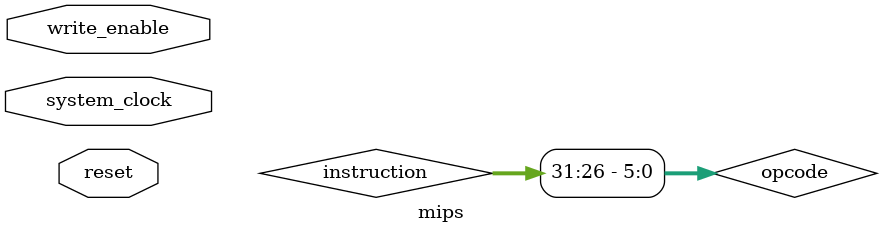
<source format=v>
`ifndef _mips
`define _mips

`include "control/control.v"
`include "datapath/instruction_fetch_unit.v"
`include "datapath/arithmetic_logic_unit_control.v"
`include "datapath/arithmetic_logic_unit.v"
`include "datapath/general_purpose_register.v"
`include "datapath/mux2.v"
`include "datapath/extension.v"
`include "datapath/data_memory.v"

        module mips (
                input wire system_clock,
                input wire reset,
                input wire write_enable
            );


            // IF Stage
            wire [31:0] instruction;
            wire instruction_valid;

            instruction_fetch_unit IFU(
                                       .system_clock(system_clock),
                                       .reset(reset),
                                       .instruction(instruction)
                                   );

            // ID Stage
            wire [5:0] opcode;
            assign opcode = instruction[31:26];

            wire branch_eq, branch_ne;
            wire [1:0] alu_opcode;
            wire memory_read, memory_write, memory_to_register;
            wire register_destination, register_write, alu_source;
            wire jump;

            control IDU(
                        .opcode(opcode),
                        .branch_eq(branch_eq),
                        .branch_ne(branch_ne),
                        .alu_opcode(alu_opcode),
                        .memory_read(memory_read),
                        .memory_write(memory_write),
                        .memory_to_register(memory_to_register),
                        .register_destination(register_destination),
                        .register_write(register_write),
                        .alu_source(alu_source),
                        .jump(jump)
                    );

            wire [4:0] gpr_write_address;
            wire [31:0] gpr_write_data;
            wire [31:0] read_data_1, read_data_2;

            general_purpose_register GPR(
                                         .system_clock(system_clock),
                                         .write_enable(write_enable),


                                         .read_address_1(instruction[25:21]),
                                         .read_address_2(instruction[20:16]),
                                         .read_data_1(read_data_1),
                                         .read_data_2(read_data_2),

                                         .write_address(gpr_write_address),
                                         .write_data(gpr_write_data)
                                     );

            // Select write_address based on register_destination
            mux2 #(5) write_address_mux(
                     .lhs(instruction[20:16]),
                     .rhs(instruction[15:11]),
                     .is_lhs(register_destination),
                     .data_out(gpr_write_address)
                 );

            // EX Stage
            wire [5:0] function_code = instruction[5:0];
            wire [3:0] alu_control_signal;
            wire [31:0] operand_a, operand_b, alu_result;
            wire zero_output;

            arithmetic_logic_unit_control ALUC(
                                              .function_code(function_code),
                                              .alu_operation(alu_opcode),
                                              .alu_control_signal(alu_control_signal)
                                          );

            assign operand_a = read_data_1;


            wire [31:0] extended_immediate;
            extension sign_extension(
                          .immediate(instruction[15:0]),
                          .extension_type(2'b01),
                          .extended_value(extended_immediate)
                      );

            // Select operand_b based on alu_source
            mux2 #(32) operand_b_mux(
                     .lhs(read_data_2),
                     .rhs(extended_immediate),
                     .is_lhs(alu_source),
                     .data_out(operand_b)
                 );
            arithmetic_logic_unit ALU(
                                      .control_input(alu_control_signal),
                                      .operand_a(operand_a),
                                      .operand_b(operand_b),
                                      .result_output(alu_result),
                                      .zero_output(zero_output)
                                  );

            // MEM Stage
            // Assuming data memory of size 2^10
            // Omitted as there's no detail for the data memory in your code.
            wire [31:0] data_read;

            data_memory memory(
                            .system_clock(system_clock),
                            .write_enable(memory_write),
                            .address(alu_result),
                            .write_data(read_data_2),
                            .read_data(data_read)
                        );


            // WB Stage
            reg [31:0] write_data;
            wire [4:0] write_address;

            // Select write_data based on memory_to_register
            mux2 #(32) write_data_mux(
                     .lhs(alu_result),
                     .rhs(data_read),
                     .is_lhs(memory_to_register),
                     .data_out(gpr_write_data)
                 );

        endmodule
`endif

</source>
